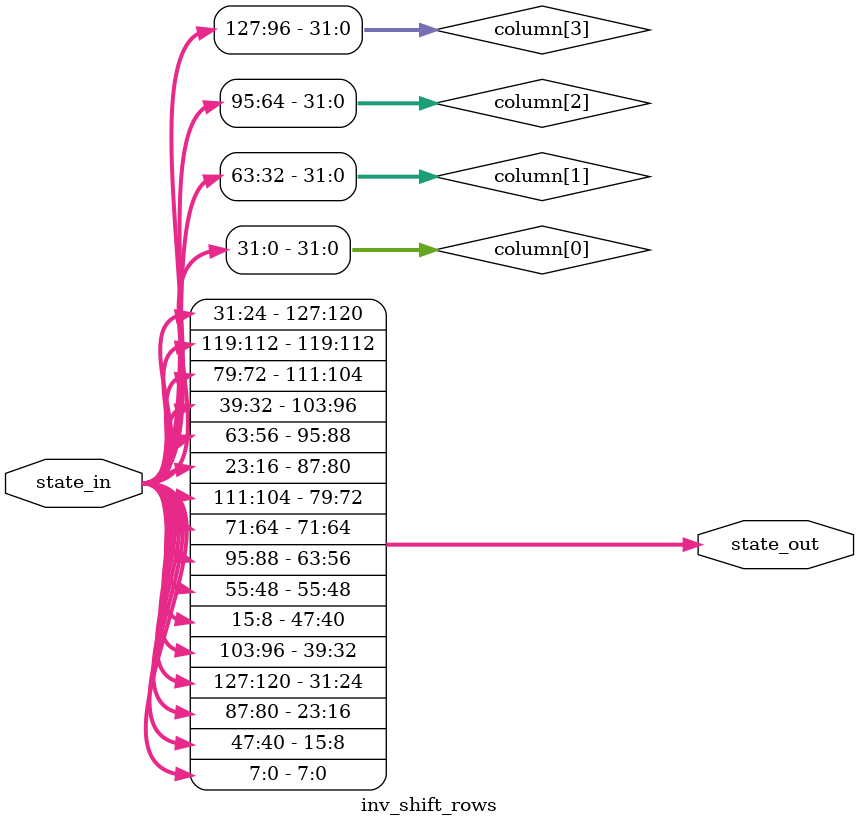
<source format=sv>
module inv_shift_rows (
    input logic [127:0] state_in,
    output logic [127:0] state_out
);
    // Variables temporales para cada fila de la matriz 4x4
    logic [31:0] column [0:3];

    always_comb begin
        // Dividir el estado en columnas de 32 bits (4 bytes por columna)
        column[0] = state_in[31:0];
        column[1] = state_in[63:32];
        column[2] = state_in[95:64];
        column[3] = state_in[127:96];

        state_out[31:0] = { 
            column[3][31:24], column[2][23:16], column[1][15:8], column[0][7:0] 
        }; 
        state_out[63:32] = { 
            column[2][31:24], column[1][23:16], column[0][15:8], column[3][7:0] 
        }; 
        state_out[95:64] = { 
            column[1][31:24], column[0][23:16], column[3][15:8], column[2][7:0] 
        }; 
        state_out[127:96] = { 
            column[0][31:24], column[3][23:16], column[2][15:8], column[1][7:0] 
        }; 
    end
endmodule

</source>
